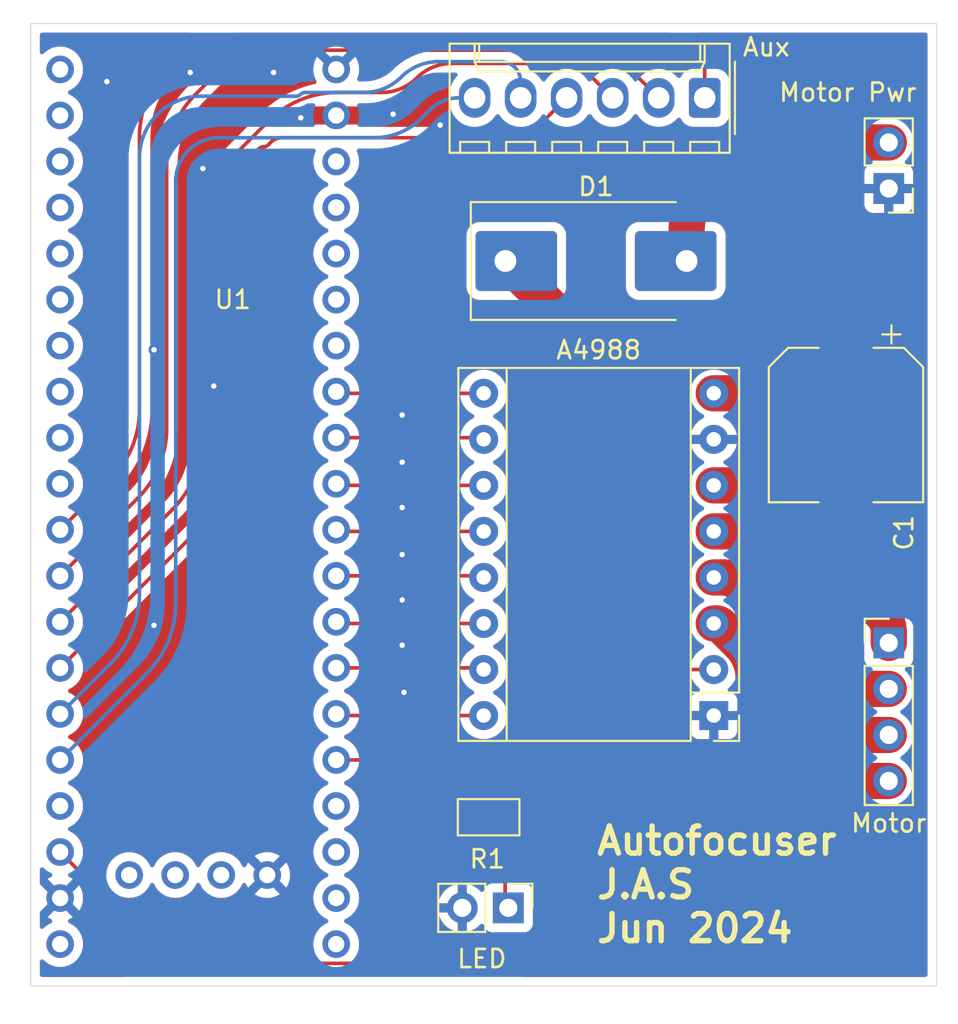
<source format=kicad_pcb>
(kicad_pcb (version 20240108) (generator "pcbnew") (generator_version "8.0")
  (title_block (comment 4 "AISLER Project ID: ZUSTWPPR"))
  (layers (0 "F.Cu" signal) (31 "B.Cu" signal) (34 "B.Paste" user) (35 "F.Paste" user) (36 "B.SilkS" user "B.Silkscreen") (37 "F.SilkS" user "F.Silkscreen") (38 "B.Mask" user) (39 "F.Mask" user) (44 "Edge.Cuts" user))
  (net 0 "")
  (net 1 "Net-(R1-Pad2)")
  (net 2 "Net-(J3-Pin_1)")
  (net 3 "+5V")
  (net 4 "Vdrive")
  (net 5 "Net-(A1-MS1)")
  (net 6 "Net-(A1-DIR)")
  (net 7 "Net-(A1-~{ENABLE})")
  (net 8 "Net-(A1-STEP)")
  (net 9 "GND")
  (net 10 "Net-(A1-2A)")
  (net 11 "Net-(A1-~{RESET})")
  (net 12 "Net-(A1-1B)")
  (net 13 "Net-(A1-MS3)")
  (net 14 "Net-(A1-MS2)")
  (net 15 "Net-(A1-2B)")
  (net 16 "Net-(A1-1A)")
  (net 17 "Net-(A1-~{SLEEP})")
  (net 18 "Net-(D1-A)")
  (net 20 "Net-(J4-Pin_1)")
  (net 26 "Net-(J4-Pin_6)")
  (net 34 "Net-(J4-Pin_5)")
  (net 37 "Net-(J4-Pin_4)")
  (net 45 "Net-(J4-Pin_2)")
  (net 46 "Net-(J4-Pin_3)")
  (footprint "Capacitor_SMD:CP_Elec_8x6.2" (layer "F.Cu") (at 165 95.05 -90)
    (property "Reference" "C1" (at 5.95 -3.2 90) (layer "F.SilkS"))
    (property "Value" "220uF" (hide yes))
    (fp_line (start -3.195563 4.26) (end 4.26 4.26) (stroke (width 0.12)) (layer "F.SilkS"))
    (fp_line (start 4.26 4.26) (end 4.26 1.51) (stroke (width 0.12)) (layer "F.SilkS"))
    (fp_line (start -4.26 3.195563) (end -3.195563 4.26) (stroke (width 0.12)) (layer "F.SilkS"))
    (fp_line (start -4.26 3.195563) (end -4.26 1.51) (stroke (width 0.12)) (layer "F.SilkS"))
    (fp_line (start -5.5 -2.51) (end -4.5 -2.51) (stroke (width 0.12)) (layer "F.SilkS"))
    (fp_line (start -5 -3.01) (end -5 -2.01) (stroke (width 0.12)) (layer "F.SilkS"))
    (fp_line (start -4.26 -3.195563) (end -4.26 -1.51) (stroke (width 0.12)) (layer "F.SilkS"))
    (fp_line (start -4.26 -3.195563) (end -3.195563 -4.26) (stroke (width 0.12)) (layer "F.SilkS"))
    (fp_line (start -3.195563 -4.26) (end 4.26 -4.26) (stroke (width 0.12)) (layer "F.SilkS"))
    (fp_line (start 4.26 -4.26) (end 4.26 -1.51) (stroke (width 0.12)) (layer "F.SilkS"))
    (pad "1" smd roundrect (at -3.05 0 270) (size 4 2.5) (layers "F.Cu" "F.Paste" "F.Mask") (roundrect_rratio 0.1) (net 4 "Vdrive"))
    (pad "2" smd roundrect (at 3.05 0 270) (size 4 2.5) (layers "F.Cu" "F.Paste" "F.Mask") (roundrect_rratio 0.1) (net 9 "GND"))
  )
  (footprint "Connector_PinHeader_2.54mm:PinHeader_1x04_P2.54mm_Vertical" (layer "F.Cu") (at 167.36 107.07)
    (property "Reference" "J1" (hide yes))
    (property "Value" "Motor" (at 0 9.95 0) (layer "F.SilkS"))
    (fp_line (start -1.33 -1.33) (end 0 -1.33) (stroke (width 0.12)) (layer "F.SilkS"))
    (fp_line (start -1.33 0) (end -1.33 -1.33) (stroke (width 0.12)) (layer "F.SilkS"))
    (fp_line (start -1.33 1.27) (end -1.33 8.95) (stroke (width 0.12)) (layer "F.SilkS"))
    (fp_line (start -1.33 1.27) (end 1.33 1.27) (stroke (width 0.12)) (layer "F.SilkS"))
    (fp_line (start -1.33 8.95) (end 1.33 8.95) (stroke (width 0.12)) (layer "F.SilkS"))
    (fp_line (start 1.33 1.27) (end 1.33 8.95) (stroke (width 0.12)) (layer "F.SilkS"))
    (pad "1" thru_hole rect (at 0 0) (size 1.7 1.7) (drill 1) (layers "*.Cu" "*.Mask") (net 15 "Net-(A1-2B)"))
    (pad "2" thru_hole oval (at 0 2.54) (size 1.7 1.7) (drill 1) (layers "*.Cu" "*.Mask") (net 10 "Net-(A1-2A)"))
    (pad "3" thru_hole oval (at 0 5.08) (size 1.7 1.7) (drill 1) (layers "*.Cu" "*.Mask") (net 16 "Net-(A1-1A)"))
    (pad "4" thru_hole oval (at 0 7.62) (size 1.7 1.7) (drill 1) (layers "*.Cu" "*.Mask") (net 12 "Net-(A1-1B)"))
  )
  (footprint "Module:Pololu_Breakout-16_15.2x20.3mm" (layer "F.Cu") (at 157.7 111.08 180)
    (property "Reference" "A1" (hide yes))
    (property "Value" "A4988" (at 6.35 20.17 0) (layer "F.SilkS"))
    (fp_line (start 14.1 19.18) (end 14.1 -1.4) (stroke (width 0.12)) (layer "F.SilkS"))
    (fp_line (start 14.1 -1.4) (end 1.27 -1.4) (stroke (width 0.12)) (layer "F.SilkS"))
    (fp_line (start 11.43 -1.4) (end 11.43 19.18) (stroke (width 0.12)) (layer "F.SilkS"))
    (fp_line (start 1.27 1.27) (end 1.27 19.18) (stroke (width 0.12)) (layer "F.SilkS"))
    (fp_line (start 1.27 1.27) (end -1.4 1.27) (stroke (width 0.12)) (layer "F.SilkS"))
    (fp_line (start 1.27 -1.4) (end 1.27 1.27) (stroke (width 0.12)) (layer "F.SilkS"))
    (fp_line (start 0 -1.4) (end -1.4 -1.4) (stroke (width 0.12)) (layer "F.SilkS"))
    (fp_line (start -1.4 19.18) (end 14.1 19.18) (stroke (width 0.12)) (layer "F.SilkS"))
    (fp_line (start -1.4 1.27) (end -1.4 19.18) (stroke (width 0.12)) (layer "F.SilkS"))
    (fp_line (start -1.4 -1.4) (end -1.4 0) (stroke (width 0.12)) (layer "F.SilkS"))
    (pad "1" thru_hole rect (at 0 0 180) (size 1.6 1.6) (drill 0.8) (layers "*.Cu" "*.Mask") (net 9 "GND"))
    (pad "2" thru_hole oval (at 0 2.54 180) (size 1.6 1.6) (drill 0.8) (layers "*.Cu" "*.Mask") (net 3 "+5V"))
    (pad "3" thru_hole oval (at 0 5.08 180) (size 1.6 1.6) (drill 0.8) (layers "*.Cu" "*.Mask") (net 12 "Net-(A1-1B)"))
    (pad "4" thru_hole oval (at 0 7.62 180) (size 1.6 1.6) (drill 0.8) (layers "*.Cu" "*.Mask") (net 16 "Net-(A1-1A)"))
    (pad "5" thru_hole oval (at 0 10.16 180) (size 1.6 1.6) (drill 0.8) (layers "*.Cu" "*.Mask") (net 10 "Net-(A1-2A)"))
    (pad "6" thru_hole oval (at 0 12.7 180) (size 1.6 1.6) (drill 0.8) (layers "*.Cu" "*.Mask") (net 15 "Net-(A1-2B)"))
    (pad "7" thru_hole oval (at 0 15.24 180) (size 1.6 1.6) (drill 0.8) (layers "*.Cu" "*.Mask") (net 9 "GND"))
    (pad "8" thru_hole oval (at 0 17.78 180) (size 1.6 1.6) (drill 0.8) (layers "*.Cu" "*.Mask") (net 4 "Vdrive"))
    (pad "9" thru_hole oval (at 12.7 17.78 180) (size 1.6 1.6) (drill 0.8) (layers "*.Cu" "*.Mask") (net 7 "Net-(A1-~{ENABLE})"))
    (pad "10" thru_hole oval (at 12.7 15.24 180) (size 1.6 1.6) (drill 0.8) (layers "*.Cu" "*.Mask") (net 5 "Net-(A1-MS1)"))
    (pad "11" thru_hole oval (at 12.7 12.7 180) (size 1.6 1.6) (drill 0.8) (layers "*.Cu" "*.Mask") (net 14 "Net-(A1-MS2)"))
    (pad "12" thru_hole oval (at 12.7 10.16 180) (size 1.6 1.6) (drill 0.8) (layers "*.Cu" "*.Mask") (net 13 "Net-(A1-MS3)"))
    (pad "13" thru_hole oval (at 12.7 7.62 180) (size 1.6 1.6) (drill 0.8) (layers "*.Cu" "*.Mask") (net 11 "Net-(A1-~{RESET})"))
    (pad "14" thru_hole oval (at 12.7 5.08 180) (size 1.6 1.6) (drill 0.8) (layers "*.Cu" "*.Mask") (net 17 "Net-(A1-~{SLEEP})"))
    (pad "15" thru_hole oval (at 12.7 2.54 180) (size 1.6 1.6) (drill 0.8) (layers "*.Cu" "*.Mask") (net 8 "Net-(A1-STEP)"))
    (pad "16" thru_hole oval (at 12.7 0 180) (size 1.6 1.6) (drill 0.8) (layers "*.Cu" "*.Mask") (net 6 "Net-(A1-DIR)"))
  )
  (footprint "PCM_Resistor_SMD_AKL:R_0805_2012Metric" (layer "F.Cu") (at 145.2725 116.69 180)
    (property "Reference" "R1" (at 0.0725 -2.31 0) (layer "F.SilkS"))
    (property "Value" "220" (hide yes))
    (fp_line (start 1.7 1) (end 1.7 -1) (stroke (width 0.12)) (layer "F.SilkS"))
    (fp_line (start 1.7 -1) (end -1.7 -1) (stroke (width 0.12)) (layer "F.SilkS"))
    (fp_line (start -1.7 1) (end 1.7 1) (stroke (width 0.12)) (layer "F.SilkS"))
    (fp_line (start -1.7 -1) (end -1.7 1) (stroke (width 0.12)) (layer "F.SilkS"))
    (pad "1" smd roundrect (at -0.9125 0 180) (size 1.025 1.4) (layers "F.Cu" "F.Paste" "F.Mask") (roundrect_rratio 0.243902) (net 2 "Net-(J3-Pin_1)"))
    (pad "2" smd roundrect (at 0.9125 0 180) (size 1.025 1.4) (layers "F.Cu" "F.Paste" "F.Mask") (roundrect_rratio 0.243902) (net 1 "Net-(R1-Pad2)"))
  )
  (footprint "Connector_Molex:Molex_KK-254_AE-6410-06A_1x06_P2.54mm_Vertical" (layer "F.Cu") (at 157.2 77 180)
    (property "Reference" "J4" (hide yes))
    (property "Value" "Aux" (at -3.4 2.8 360) (layer "F.SilkS"))
    (fp_line (start 14.08 2.99) (end 14.08 -3.03) (stroke (width 0.12)) (layer "F.SilkS"))
    (fp_line (start 14.08 -3.03) (end -1.38 -3.03) (stroke (width 0.12)) (layer "F.SilkS"))
    (fp_line (start 13.5 -2.43) (end 13.5 -3.03) (stroke (width 0.12)) (layer "F.SilkS"))
    (fp_line (start 12.7 1.99) (end 12.7 2.99) (stroke (width 0.12)) (layer "F.SilkS"))
    (fp_line (start 12.45 2.99) (end 12.45 1.99) (stroke (width 0.12)) (layer "F.SilkS"))
    (fp_line (start 12.45 1.46) (end 12.7 1.99) (stroke (width 0.12)) (layer "F.SilkS"))
    (fp_line (start 11.9 -2.43) (end 13.5 -2.43) (stroke (width 0.12)) (layer "F.SilkS"))
    (fp_line (start 11.9 -3.03) (end 11.9 -2.43) (stroke (width 0.12)) (layer "F.SilkS"))
    (fp_line (start 10.96 -2.43) (end 10.96 -3.03) (stroke (width 0.12)) (layer "F.SilkS"))
    (fp_line (start 9.36 -2.43) (end 10.96 -2.43) (stroke (width 0.12)) (layer "F.SilkS"))
    (fp_line (start 9.36 -3.03) (end 9.36 -2.43) (stroke (width 0.12)) (layer "F.SilkS"))
    (fp_line (start 8.42 -2.43) (end 8.42 -3.03) (stroke (width 0.12)) (layer "F.SilkS"))
    (fp_line (start 6.82 -2.43) (end 8.42 -2.43) (stroke (width 0.12)) (layer "F.SilkS"))
    (fp_line (start 6.82 -3.03) (end 6.82 -2.43) (stroke (width 0.12)) (layer "F.SilkS"))
    (fp_line (start 5.88 -2.43) (end 5.88 -3.03) (stroke (width 0.12)) (layer "F.SilkS"))
    (fp_line (start 4.28 -2.43) (end 5.88 -2.43) (stroke (width 0.12)) (layer "F.SilkS"))
    (fp_line (start 4.28 -3.03) (end 4.28 -2.43) (stroke (width 0.12)) (layer "F.SilkS"))
    (fp_line (start 3.34 -2.43) (end 3.34 -3.03) (stroke (width 0.12)) (layer "F.SilkS"))
    (fp_line (start 1.74 -2.43) (end 3.34 -2.43) (stroke (width 0.12)) (layer "F.SilkS"))
    (fp_line (start 1.74 -3.03) (end 1.74 -2.43) (stroke (width 0.12)) (layer "F.SilkS"))
    (fp_line (start 0.8 -2.43) (end 0.8 -3.03) (stroke (width 0.12)) (layer "F.SilkS"))
    (fp_line (start 0.25 2.99) (end 0.25 1.99) (stroke (width 0.12)) (layer "F.SilkS"))
    (fp_line (start 0.25 1.46) (end 12.45 1.46) (stroke (width 0.12)) (layer "F.SilkS"))
    (fp_line (start 0 2.99) (end 0 1.99) (stroke (width 0.12)) (layer "F.SilkS"))
    (fp_line (start 0 1.99) (end 12.7 1.99) (stroke (width 0.12)) (layer "F.SilkS"))
    (fp_line (start 0 1.99) (end 0.25 1.46) (stroke (width 0.12)) (layer "F.SilkS"))
    (fp_line (start -0.8 -2.43) (end 0.8 -2.43) (stroke (width 0.12)) (layer "F.SilkS"))
    (fp_line (start -0.8 -3.03) (end -0.8 -2.43) (stroke (width 0.12)) (layer "F.SilkS"))
    (fp_line (start -1.38 2.99) (end 14.08 2.99) (stroke (width 0.12)) (layer "F.SilkS"))
    (fp_line (start -1.38 -3.03) (end -1.38 2.99) (stroke (width 0.12)) (layer "F.SilkS"))
    (fp_line (start -1.67 -2) (end -1.67 2) (stroke (width 0.12)) (layer "F.SilkS"))
    (pad "1" thru_hole roundrect (at 0 0 180) (size 1.74 2.19) (drill 1.19) (layers "*.Cu" "*.Mask") (roundrect_rratio 0.143678) (net 20 "Net-(J4-Pin_1)"))
    (pad "2" thru_hole oval (at 2.54 0 180) (size 1.74 2.19) (drill 1.19) (layers "*.Cu" "*.Mask") (net 45 "Net-(J4-Pin_2)"))
    (pad "3" thru_hole oval (at 5.08 0 180) (size 1.74 2.19) (drill 1.19) (layers "*.Cu" "*.Mask") (net 46 "Net-(J4-Pin_3)"))
    (pad "4" thru_hole oval (at 7.62 0 180) (size 1.74 2.19) (drill 1.19) (layers "*.Cu" "*.Mask") (net 37 "Net-(J4-Pin_4)"))
    (pad "5" thru_hole oval (at 10.16 0 180) (size 1.74 2.19) (drill 1.19) (layers "*.Cu" "*.Mask") (net 34 "Net-(J4-Pin_5)"))
    (pad "6" thru_hole oval (at 12.7 0 180) (size 1.74 2.19) (drill 1.19) (layers "*.Cu" "*.Mask") (net 26 "Net-(J4-Pin_6)"))
  )
  (footprint "Connector_PinHeader_2.54mm:PinHeader_1x02_P2.54mm_Vertical" (layer "F.Cu") (at 167.36 82 180)
    (property "Reference" "J2" (hide yes))
    (property "Value" "Motor Pwr" (at 2.26 5.3 0) (layer "F.SilkS"))
    (fp_line (start 1.33 1.27) (end 1.33 3.87) (stroke (width 0.12)) (layer "F.SilkS"))
    (fp_line (start -1.33 3.87) (end 1.33 3.87) (stroke (width 0.12)) (layer "F.SilkS"))
    (fp_line (start -1.33 1.27) (end 1.33 1.27) (stroke (width 0.12)) (layer "F.SilkS"))
    (fp_line (start -1.33 1.27) (end -1.33 3.87) (stroke (width 0.12)) (layer "F.SilkS"))
    (fp_line (start -1.33 0) (end -1.33 -1.33) (stroke (width 0.12)) (layer "F.SilkS"))
    (fp_line (start -1.33 -1.33) (end 0 -1.33) (stroke (width 0.12)) (layer "F.SilkS"))
    (pad "1" thru_hole rect (at 0 0 180) (size 1.7 1.7) (drill 1) (layers "*.Cu" "*.Mask") (net 9 "GND"))
    (pad "2" thru_hole oval (at 0 2.54 180) (size 1.7 1.7) (drill 1) (layers "*.Cu" "*.Mask") (net 18 "Net-(D1-A)"))
  )
  (footprint "Connector_PinHeader_2.54mm:PinHeader_1x02_P2.54mm_Vertical" (layer "F.Cu") (at 146.36 121.69 -90)
    (property "Reference" "J3" (hide yes))
    (property "Value" "LED" (at 2.81 1.46 180) (layer "F.SilkS"))
    (fp_line (start -1.33 3.87) (end 1.33 3.87) (stroke (width 0.12)) (layer "F.SilkS"))
    (fp_line (start -1.33 1.27) (end -1.33 3.87) (stroke (width 0.12)) (layer "F.SilkS"))
    (fp_line (start -1.33 1.27) (end 1.33 1.27) (stroke (width 0.12)) (layer "F.SilkS"))
    (fp_line (start 1.33 1.27) (end 1.33 3.87) (stroke (width 0.12)) (layer "F.SilkS"))
    (fp_line (start -1.33 0) (end -1.33 -1.33) (stroke (width 0.12)) (layer "F.SilkS"))
    (fp_line (start -1.33 -1.33) (end 0 -1.33) (stroke (width 0.12)) (layer "F.SilkS"))
    (pad "1" thru_hole rect (at 0 0 270) (size 1.7 1.7) (drill 1) (layers "*.Cu" "*.Mask") (net 2 "Net-(J3-Pin_1)"))
    (pad "2" thru_hole oval (at 0 2.54 270) (size 1.7 1.7) (drill 1) (layers "*.Cu" "*.Mask") (net 9 "GND"))
  )
  (footprint "blue-pill-kicad:blue_pill" (layer "F.Cu") (at 131.145 96.385)
    (property "Reference" "U1" (at 0 -8.255 0) (layer "F.SilkS"))
    (property "Value" "BP" (hide yes))
    (pad "3V3" thru_hole circle (at -9.525 27.305) (size 1.524 1.524) (drill 0.9) (layers "*.Cu" "*.Mask"))
    (pad "3V3" thru_hole circle (at -5.715 23.495) (size 1.524 1.524) (drill 0.9) (layers "*.Cu" "*.Mask"))
    (pad "3V3" thru_hole circle (at 5.715 -15.875) (size 1.524 1.524) (drill 0.9) (layers "*.Cu" "*.Mask"))
    (pad "5V" thru_hole circle (at -9.525 22.225) (size 1.524 1.524) (drill 0.9) (layers "*.Cu" "*.Mask") (net 3 "+5V"))
    (pad "G" thru_hole circle (at -9.525 24.765) (size 1.524 1.524) (drill 0.9) (layers "*.Cu" "*.Mask") (net 9 "GND"))
    (pad "G" thru_hole circle (at 1.905 23.495) (size 1.524 1.524) (drill 0.9) (layers "*.Cu" "*.Mask") (net 9 "GND"))
    (pad "G" thru_hole circle (at 5.715 -20.955) (size 1.524 1.524) (drill 0.9) (layers "*.Cu" "*.Mask") (net 9 "GND"))
    (pad "G" thru_hole circle (at 5.715 -18.415) (size 1.524 1.524) (drill 0.9) (layers "*.Cu" "*.Mask") (net 9 "GND"))
    (pad "NRST" thru_hole circle (at 5.715 -13.335) (size 1.524 1.524) (drill 0.9) (layers "*.Cu" "*.Mask"))
    (pad "PA0" thru_hole circle (at 5.715 17.145) (size 1.524 1.524) (drill 0.9) (layers "*.Cu" "*.Mask") (net 1 "Net-(R1-Pad2)"))
    (pad "PA1" thru_hole circle (at 5.715 14.605) (size 1.524 1.524) (drill 0.9) (layers "*.Cu" "*.Mask") (net 6 "Net-(A1-DIR)"))
    (pad "PA2" thru_hole circle (at 5.715 12.065) (size 1.524 1.524) (drill 0.9) (layers "*.Cu" "*.Mask") (net 8 "Net-(A1-STEP)"))
    (pad "PA3" thru_hole circle (at 5.715 9.525) (size 1.524 1.524) (drill 0.9) (layers "*.Cu" "*.Mask") (net 17 "Net-(A1-~{SLEEP})"))
    (pad "PA4" thru_hole circle (at 5.715 6.985) (size 1.524 1.524) (drill 0.9) (layers "*.Cu" "*.Mask") (net 11 "Net-(A1-~{RESET})"))
    (pad "PA5" thru_hole circle (at 5.715 4.445) (size 1.524 1.524) (drill 0.9) (layers "*.Cu" "*.Mask") (net 13 "Net-(A1-MS3)"))
    (pad "PA6" thru_hole circle (at 5.715 1.905) (size 1.524 1.524) (drill 0.9) (layers "*.Cu" "*.Mask") (net 14 "Net-(A1-MS2)"))
    (pad "PA7" thru_hole circle (at 5.715 -0.635) (size 1.524 1.524) (drill 0.9) (layers "*.Cu" "*.Mask") (net 5 "Net-(A1-MS1)"))
    (pad "PA8" thru_hole circle (at -9.525 -10.795) (size 1.524 1.524) (drill 0.9) (layers "*.Cu" "*.Mask"))
    (pad "PA9" thru_hole circle (at -9.525 -8.255) (size 1.524 1.524) (drill 0.9) (layers "*.Cu" "*.Mask"))
    (pad "PA10" thru_hole circle (at -9.525 -5.715) (size 1.524 1.524) (drill 0.9) (layers "*.Cu" "*.Mask"))
    (pad "PA11" thru_hole circle (at -9.525 -3.175) (size 1.524 1.524) (drill 0.9) (layers "*.Cu" "*.Mask"))
    (pad "PA12" thru_hole circle (at -9.525 -0.635) (size 1.524 1.524) (drill 0.9) (layers "*.Cu" "*.Mask"))
    (pad "PA15" thru_hole circle (at -9.525 1.905) (size 1.524 1.524) (drill 0.9) (layers "*.Cu" "*.Mask"))
    (pad "PB0" thru_hole circle (at 5.715 -3.175) (size 1.524 1.524) (drill 0.9) (layers "*.Cu" "*.Mask") (net 7 "Net-(A1-~{ENABLE})"))
    (pad "PB1" thru_hole circle (at 5.715 -5.715) (size 1.524 1.524) (drill 0.9) (layers "*.Cu" "*.Mask"))
    (pad "PB3" thru_hole circle (at -9.525 4.445) (size 1.524 1.524) (drill 0.9) (layers "*.Cu" "*.Mask") (net 20 "Net-(J4-Pin_1)"))
    (pad "PB4" thru_hole circle (at -9.525 6.985) (size 1.524 1.524) (drill 0.9) (layers "*.Cu" "*.Mask") (net 45 "Net-(J4-Pin_2)"))
    (pad "PB5" thru_hole circle (at -9.525 9.525) (size 1.524 1.524) (drill 0.9) (layers "*.Cu" "*.Mask") (net 46 "Net-(J4-Pin_3)"))
    (pad "PB6" thru_hole circle (at -9.525 12.065) (size 1.524 1.524) (drill 0.9) (layers "*.Cu" "*.Mask") (net 37 "Net-(J4-Pin_4)"))
    (pad "PB7" thru_hole circle (at -9.525 14.605) (size 1.524 1.524) (drill 0.9) (layers "*.Cu" "*.Mask") (net 34 "Net-(J4-Pin_5)"))
    (pad "PB8" thru_hole circle (at -9.525 17.145) (size 1.524 1.524) (drill 0.9) (layers "*.Cu" "*.Mask") (net 26 "Net-(J4-Pin_6)"))
    (pad "PB9" thru_hole circle (at -9.525 19.685) (size 1.524 1.524) (drill 0.9) (layers "*.Cu" "*.Mask"))
    (pad "PB10" thru_hole circle (at 5.715 -8.255) (size 1.524 1.524) (drill 0.9) (layers "*.Cu" "*.Mask"))
    (pad "PB11" thru_hole circle (at 5.715 -10.795) (size 1.524 1.524) (drill 0.9) (layers "*.Cu" "*.Mask"))
    (pad "PB12" thru_hole circle (at -9.525 -20.955) (size 1.524 1.524) (drill 0.9) (layers "*.Cu" "*.Mask"))
    (pad "PB13" thru_hole circle (at -9.525 -18.415) (size 1.524 1.524) (drill 0.9) (layers "*.Cu" "*.Mask"))
    (pad "PB14" thru_hole circle (at -9.525 -15.875) (size 1.524 1.524) (drill 0.9) (layers "*.Cu" "*.Mask"))
    (pad "PB15" thru_hole circle (at -9.525 -13.335) (size 1.524 1.524) (drill 0.9) (layers "*.Cu" "*.Mask"))
    (pad "PC13" thru_hole circle (at 5.715 24.765) (size 1.524 1.524) (drill 0.9) (layers "*.Cu" "*.Mask"))
    (pad "PC14" thru_hole circle (at 5.715 22.225) (size 1.524 1.524) (drill 0.9) (layers "*.Cu" "*.Mask"))
    (pad "PC15" thru_hole circle (at 5.715 19.685) (size 1.524 1.524) (drill 0.9) (layers "*.Cu" "*.Mask"))
    (pad "SWCLK" thru_hole circle (at -0.635 23.495) (size 1.524 1.524) (drill 0.9) (layers "*.Cu" "*.Mask"))
    (pad "SWO" thru_hole circle (at -3.175 23.495) (size 1.524 1.524) (drill 0.9) (layers "*.Cu" "*.Mask"))
    (pad "VBAT" thru_hole circle (at 5.715 27.305) (size 1.524 1.524) (drill 0.9) (layers "*.Cu" "*.Mask"))
  )
  (footprint "Diode_SMD:D_SMC-RM10_Universal_Handsoldering" (layer "F.Cu") (at 151.2 86)
    (property "Reference" "D1" (at 0 -4.1 0) (layer "F.SilkS"))
    (property "Value" "D" (hide yes))
    (fp_line (start -6.91 -3.25) (end 4.4 -3.25) (stroke (width 0.12)) (layer "F.SilkS"))
    (fp_line (start -6.91 3.25) (end -6.91 -3.25) (stroke (width 0.12)) (layer "F.SilkS"))
    (fp_line (start -6.91 3.25) (end 4.4 3.25) (stroke (width 0.12)) (layer "F.SilkS"))
    (pad "1" thru_hole roundrect (at -5 0) (size 4.5 3.3) (drill 1.2 (offset 0.6 0)) (layers "*.Cu" "*.Mask") (roundrect_rratio 0.0757575758) (net 4 "Vdrive"))
    (pad "2" thru_hole roundrect (at 5 0 180) (size 4.5 3.3) (drill 1.2 (offset 0.6 0)) (layers "*.Cu" "*.Mask") (roundrect_rratio 0.0757575758) (net 18 "Net-(D1-A)"))
  )
  (gr_line (start 120 72.9) (end 170 72.9) (stroke (width 0.05)) (layer "Edge.Cuts"))
  (gr_line (start 170 74) (end 170 124) (stroke (width 0.05)) (layer "Edge.Cuts"))
  (gr_line (start 170 72.9) (end 170 74) (stroke (width 0.05)) (layer "Edge.Cuts"))
  (gr_line (start 120 126) (end 120 74) (stroke (width 0.05)) (layer "Edge.Cuts"))
  (gr_line (start 170 124) (end 170 126) (stroke (width 0.05)) (layer "Edge.Cuts"))
  (gr_line (start 170 126) (end 120 126) (stroke (width 0.05)) (layer "Edge.Cuts"))
  (gr_line (start 120 72.9) (end 120 74) (stroke (width 0.05)) (layer "Edge.Cuts"))
  (gr_text "Autofocuser\nJ.A.S\nJun 2024" (at 151.1 123.7 0) (layer "F.SilkS") (effects (font (size 1.5 1.5) (thickness 0.3) (bold yes)) (justify left bottom)))
  (segment (start 143.889773 114.889773) (end 142.515 113.515) (width 0.2) (layer "F.Cu") (net 1))
  (segment (start 144.36 116.025) (end 144.36 116.69) (width 0.2) (layer "F.Cu") (net 1))
  (segment (start 142.448786 113.53) (end 136.86 113.53) (width 0.2) (layer "F.Cu") (net 1))
  (arc (start 142.485 113.515) (mid 142.468385 113.526101) (end 142.448786 113.53) (width 0.2) (layer "F.Cu") (net 1))
  (arc (start 142.515 113.515) (mid 142.5 113.508786) (end 142.485 113.515) (width 0.2) (layer "F.Cu") (net 1))
  (arc (start 143.889773 114.889773) (mid 144.237791 115.410619) (end 144.36 116.025) (width 0.2) (layer "F.Cu") (net 1))
  (segment (start 146.185 121.391256) (end 146.185 116.69) (width 0.2) (layer "F.Cu") (net 2))
  (segment (start 146.2725 121.6025) (end 146.36 121.69) (width 0.2) (layer "F.Cu") (net 2))
  (arc (start 146.185 121.391256) (mid 146.20774 121.50558) (end 146.2725 121.6025) (width 0.2) (layer "F.Cu") (net 2))
  (segment (start 123.61258 120.60258) (end 121.62 118.61) (width 0.2) (layer "F.Cu") (net 3))
  (segment (start 152 118.746036) (end 152 111.885929) (width 0.2) (layer "F.Cu") (net 3))
  (segment (start 125.783744 124.752) (end 145.994036 124.752) (width 0.2) (layer "F.Cu") (net 3))
  (segment (start 150.406206 122.593792) (end 149.841792 123.158207) (width 0.2) (layer "F.Cu") (net 3))
  (segment (start 155.345929 108.54) (end 157.7 108.54) (width 0.2) (layer "F.Cu") (net 3))
  (segment (start 124.5 122.745) (end 124.5 123.468255) (width 0.2) (layer "F.Cu") (net 3))
  (arc (start 152.98 109.52) (mid 152.254693 110.605497) (end 152 111.885929) (width 0.2) (layer "F.Cu") (net 3))
  (arc (start 152.98 109.52) (mid 154.065497 108.794693) (end 155.345929 108.54) (width 0.2) (layer "F.Cu") (net 3))
  (arc (start 124.876 124.376) (mid 125.292476 124.65428) (end 125.783744 124.752) (width 0.2) (layer "F.Cu") (net 3))
  (arc (start 150.406206 122.593792) (mid 151.585786 120.828426) (end 152 118.746036) (width 0.2) (layer "F.Cu") (net 3))
  (arc (start 124.5 122.745) (mid 124.269367 121.58553) (end 123.61258 120.60258) (width 0.2) (layer "F.Cu") (net 3))
  (arc (start 124.5 123.468255) (mid 124.597719 123.959523) (end 124.876 124.376) (width 0.2) (layer "F.Cu") (net 3))
  (arc (start 149.841792 123.158207) (mid 148.076426 124.337786) (end 145.994036 124.752) (width 0.2) (layer "F.Cu") (net 3))
  (segment (start 163.95 90.95) (end 165 92) (width 2) (layer "F.Cu") (net 4))
  (segment (start 162.780761 93.3) (end 157.7 93.3) (width 2) (layer "F.Cu") (net 4))
  (segment (start 164.35 92.65) (end 165 92) (width 2) (layer "F.Cu") (net 4))
  (segment (start 148.506207 88.306207) (end 146.2 86) (width 2) (layer "F.Cu") (net 4))
  (segment (start 161.415075 89.9) (end 152.353963 89.9) (width 2) (layer "F.Cu") (net 4))
  (arc (start 163.95 90.95) (mid 162.786966 90.172886) (end 161.415075 89.9) (width 2) (layer "F.Cu") (net 4))
  (arc (start 148.506207 88.306207) (mid 150.271572 89.485786) (end 152.353963 89.9) (width 2) (layer "F.Cu") (net 4))
  (arc (start 164.35 92.65) (mid 163.630027 93.13107) (end 162.780761 93.3) (width 2) (layer "F.Cu") (net 4))
  (segment (start 144.84636 95.75) (end 136.86 95.75) (width 0.2) (layer "F.Cu") (net 5))
  (segment (start 144.955 95.795) (end 145 95.84) (width 0.2) (layer "F.Cu") (net 5))
  (arc (start 144.84636 95.75) (mid 144.905155 95.761695) (end 144.955 95.795) (width 0.2) (layer "F.Cu") (net 5))
  (segment (start 137.013639 111.08) (end 145 111.08) (width 0.2) (layer "F.Cu") (net 6))
  (segment (start 136.905 111.035) (end 136.86 110.99) (width 0.2) (layer "F.Cu") (net 6))
  (arc (start 136.905 111.035) (mid 136.954844 111.068304) (end 137.013639 111.08) (width 0.2) (layer "F.Cu") (net 6))
  (segment (start 137.013639 93.3) (end 145 93.3) (width 0.2) (layer "F.Cu") (net 7))
  (segment (start 136.905 93.255) (end 136.86 93.21) (width 0.2) (layer "F.Cu") (net 7))
  (arc (start 136.905 93.255) (mid 136.954844 93.288304) (end 137.013639 93.3) (width 0.2) (layer "F.Cu") (net 7))
  (segment (start 144.84636 108.45) (end 136.86 108.45) (width 0.2) (layer "F.Cu") (net 8))
  (segment (start 144.955 108.495) (end 145 108.54) (width 0.2) (layer "F.Cu") (net 8))
  (arc (start 144.955 108.495) (mid 144.905155 108.461695) (end 144.84636 108.45) (width 0.2) (layer "F.Cu") (net 8))
  (segment (start 139.93 77.97) (end 140 77.9) (width 0.2) (layer "F.Cu") (net 9))
  (segment (start 136.86 77.97) (end 139.93 77.97) (width 1) (layer "F.Cu") (net 9))
  (segment (start 135.13 77.97) (end 136.86 77.97) (width 1) (layer "F.Cu") (net 9))
  (segment (start 135 78.1) (end 135.13 77.97) (width 0.2) (layer "F.Cu") (net 9))
  (segment (start 134.9 78.1) (end 135 78.1) (width 0.2) (layer "F.Cu") (net 9))
  (via (at 142.6 78.5) (size 0.6) (drill 0.3) (layers "F.Cu" "B.Cu") (net 9))
  (via (at 140 77.9) (size 0.6) (drill 0.3) (layers "F.Cu" "B.Cu") (net 9))
  (via (at 126.8 90.9) (size 0.6) (drill 0.3) (layers "F.Cu" "B.Cu") (net 9))
  (via (at 134.9 78.1) (size 0.6) (drill 0.3) (layers "F.Cu" "B.Cu") (net 9))
  (via (at 140.5 94.5) (size 0.6) (drill 0.3) (layers "F.Cu" "B.Cu") (net 9))
  (via (at 140.5 102.2) (size 0.6) (drill 0.3) (layers "F.Cu" "B.Cu") (net 9))
  (via (at 124.2 76.1) (size 0.6) (drill 0.3) (layers "F.Cu" "B.Cu") (net 9))
  (via (at 140.5 97.1) (size 0.6) (drill 0.3) (layers "F.Cu" "B.Cu") (net 9))
  (via (at 130.1 92.9) (size 0.6) (drill 0.3) (layers "F.Cu" "B.Cu") (net 9))
  (via (at 140.5 107.2) (size 0.6) (drill 0.3) (layers "F.Cu" "B.Cu") (net 9))
  (via (at 129.5 80.9) (size 0.6) (drill 0.3) (layers "F.Cu" "B.Cu") (net 9))
  (via (at 133.4 75.6) (size 0.6) (drill 0.3) (layers "F.Cu" "B.Cu") (net 9))
  (via (at 140.5 104.7) (size 0.6) (drill 0.3) (layers "F.Cu" "B.Cu") (net 9))
  (via (at 140.5 99.6) (size 0.6) (drill 0.3) (layers "F.Cu" "B.Cu") (net 9))
  (via (at 128.8 75.6) (size 0.6) (drill 0.3) (layers "F.Cu" "B.Cu") (net 9))
  (via (at 126.8 106.1) (size 0.6) (drill 0.3) (layers "F.Cu" "B.Cu") (net 9))
  (via (at 140.6 109.8) (size 0.6) (drill 0.3) (layers "F.Cu" "B.Cu") (net 9))
  (segment (start 164.955 108.955) (end 164.991281 108.991281) (width 2) (layer "F.Cu") (net 10))
  (segment (start 158.504365 100.92) (end 157.7 100.92) (width 2) (layer "F.Cu") (net 10))
  (segment (start 166.485 109.61) (end 167.36 109.61) (width 2) (layer "F.Cu") (net 10))
  (segment (start 163.455456 105.066726) (end 159.877501 101.488771) (width 2) (layer "F.Cu") (net 10))
  (segment (start 164.3 107.105635) (end 164.3 107.37369) (width 2) (layer "F.Cu") (net 10))
  (arc (start 164.955 108.955) (mid 164.470228 108.229488) (end 164.3 107.37369) (width 2) (layer "F.Cu") (net 10))
  (arc (start 166.485 109.61) (mid 165.676605 109.4492) (end 164.991281 108.991281) (width 2) (layer "F.Cu") (net 10))
  (arc (start 158.504365 100.92) (mid 159.247501 101.067818) (end 159.877501 101.488771) (width 2) (layer "F.Cu") (net 10))
  (arc (start 164.3 107.105635) (mid 164.08051 106.002185) (end 163.455456 105.066726) (width 2) (layer "F.Cu") (net 10))
  (segment (start 144.955 103.415) (end 145 103.46) (width 0.2) (layer "F.Cu") (net 11))
  (segment (start 144.84636 103.37) (end 136.86 103.37) (width 0.2) (layer "F.Cu") (net 11))
  (arc (start 144.84636 103.37) (mid 144.905155 103.381695) (end 144.955 103.415) (width 0.2) (layer "F.Cu") (net 11))
  (segment (start 157.844214 106) (end 157.7 106) (width 2) (layer "F.Cu") (net 12))
  (segment (start 165.91373 114.69) (end 167.36 114.69) (width 2) (layer "F.Cu") (net 12))
  (segment (start 160.681695 110.904235) (end 163.444792 113.667332) (width 2) (layer "F.Cu") (net 12))
  (segment (start 159.118304 107.129876) (end 158.090402 106.101974) (width 2) (layer "F.Cu") (net 12))
  (arc (start 159.118304 107.129876) (mid 159.696843 107.995721) (end 159.9 109.017056) (width 2) (layer "F.Cu") (net 12))
  (arc (start 157.844214 106) (mid 157.97745 106.026502) (end 158.090402 106.101974) (width 2) (layer "F.Cu") (net 12))
  (arc (start 160.681695 110.904235) (mid 160.103155 110.038389) (end 159.9 109.017056) (width 2) (layer "F.Cu") (net 12))
  (arc (start 165.91373 114.69) (mid 164.57755 114.424217) (end 163.444792 113.667332) (width 2) (layer "F.Cu") (net 12))
  (segment (start 136.905 100.875) (end 136.86 100.83) (width 0.2) (layer "F.Cu") (net 13))
  (segment (start 137.013639 100.92) (end 145 100.92) (width 0.2) (layer "F.Cu") (net 13))
  (arc (start 136.905 100.875) (mid 136.954844 100.908304) (end 137.013639 100.92) (width 0.2) (layer "F.Cu") (net 13))
  (segment (start 137.013639 98.38) (end 145 98.38) (width 0.2) (layer "F.Cu") (net 14))
  (segment (start 136.905 98.335) (end 136.86 98.29) (width 0.2) (layer "F.Cu") (net 14))
  (arc (start 136.905 98.335) (mid 136.954844 98.368304) (end 137.013639 98.38) (width 0.2) (layer "F.Cu") (net 14))
  (segment (start 158.79 98.38) (end 157.7 98.38) (width 2) (layer "F.Cu") (net 15))
  (segment (start 167.36 106.465) (end 167.36 107.07) (width 2) (layer "F.Cu") (net 15))
  (segment (start 160.650746 99.150746) (end 166.9322 105.4322) (width 2) (layer "F.Cu") (net 15))
  (arc (start 160.650746 99.150746) (mid 159.797028 98.58031) (end 158.79 98.38) (width 2) (layer "F.Cu") (net 15))
  (arc (start 166.9322 105.4322) (mid 167.248818 105.906052) (end 167.36 106.465) (width 2) (layer "F.Cu") (net 15))
  (segment (start 166.199365 112.15) (end 167.36 112.15) (width 2) (layer "F.Cu") (net 16))
  (segment (start 158.21873 103.46) (end 157.7 103.46) (width 2) (layer "F.Cu") (net 16))
  (segment (start 162.944543 110.055813) (end 164.218037 111.329307) (width 2) (layer "F.Cu") (net 16))
  (segment (start 161.255456 105.977996) (end 159.104257 103.826797) (width 2) (layer "F.Cu") (net 16))
  (arc (start 158.21873 103.46) (mid 158.697973 103.555327) (end 159.104257 103.826797) (width 2) (layer "F.Cu") (net 16))
  (arc (start 162.1 108.016905) (mid 162.319489 109.120354) (end 162.944543 110.055813) (width 2) (layer "F.Cu") (net 16))
  (arc (start 166.199365 112.15) (mid 165.127078 111.936708) (end 164.218037 111.329307) (width 2) (layer "F.Cu") (net 16))
  (arc (start 162.1 108.016905) (mid 161.88051 106.913455) (end 161.255456 105.977996) (width 2) (layer "F.Cu") (net 16))
  (segment (start 136.905 105.955) (end 136.86 105.91) (width 0.2) (layer "F.Cu") (net 17))
  (segment (start 137.013639 106) (end 145 106) (width 0.2) (layer "F.Cu") (net 17))
  (arc (start 136.905 105.955) (mid 136.954844 105.988304) (end 137.013639 106) (width 0.2) (layer "F.Cu") (net 17))
  (segment (start 156.2 84.4) (end 156.2 86) (width 2) (layer "F.Cu") (net 18))
  (segment (start 161.793963 79.46) (end 167.36 79.46) (width 2) (layer "F.Cu") (net 18))
  (segment (start 157.33137 81.668628) (end 157.946207 81.053792) (width 2) (layer "F.Cu") (net 18))
  (arc (start 157.33137 81.668628) (mid 156.494033 82.921792) (end 156.2 84.4) (width 2) (layer "F.Cu") (net 18))
  (arc (start 161.793963 79.46) (mid 159.711572 79.874213) (end 157.946207 81.053792) (width 2) (layer "F.Cu") (net 18))
  (segment (start 157.2 75.241421) (end 157.2 77) (width 0.2) (layer "F.Cu") (net 20))
  (segment (start 126 94.196036) (end 126 79.153963) (width 0.2) (layer "F.Cu") (net 20))
  (segment (start 156.45 74.05) (end 156.893933 74.493933) (width 0.2) (layer "F.Cu") (net 20))
  (segment (start 155.122182 73.5) (end 131.653963 73.5) (width 0.2) (layer "F.Cu") (net 20))
  (segment (start 127.593792 75.306206) (end 127.806207 75.093792) (width 0.2) (layer "F.Cu") (net 20))
  (segment (start 124.406207 98.043792) (end 121.62 100.83) (width 0.2) (layer "F.Cu") (net 20))
  (segment (start 157 74.75) (end 157 74.758578) (width 0.2) (layer "F.Cu") (net 20))
  (arc (start 156.45 74.05) (mid 155.840792 73.64294) (end 155.122182 73.5) (width 0.2) (layer "F.Cu") (net 20))
  (arc (start 156.893933 74.493933) (mid 156.972434 74.611417) (end 157 74.75) (width 0.2) (layer "F.Cu") (net 20))
  (arc (start 131.653963 73.5) (mid 129.571572 73.914213) (end 127.806207 75.093792) (width 0.2) (layer "F.Cu") (net 20))
  (arc (start 127.593792 75.306206) (mid 126.414213 77.071572) (end 126 79.153963) (width 0.2) (layer "F.Cu") (net 20))
  (arc (start 157 74.758578) (mid 157.025989 74.889234) (end 157.1 75) (width 0.2) (layer "F.Cu") (net 20))
  (arc (start 157.1 75) (mid 157.17401 75.110764) (end 157.2 75.241421) (width 0.2) (layer "F.Cu") (net 20))
  (arc (start 126 94.196036) (mid 125.585786 96.278426) (end 124.406207 98.043792) (width 0.2) (layer "F.Cu") (net 20))
  (segment (start 142.063603 77.636396) (end 141.6 78.1) (width 0.2) (layer "B.Cu") (net 26))
  (segment (start 143.6 77) (end 144.5 77) (width 0.2) (layer "B.Cu") (net 26))
  (segment (start 130.389949 79.2) (end 138.944365 79.2) (width 0.2) (layer "B.Cu") (net 26))
  (segment (start 126.406207 108.743792) (end 121.62 113.53) (width 0.2) (layer "B.Cu") (net 26))
  (segment (start 128 104.896036) (end 128 81.589949) (width 0.2) (layer "B.Cu") (net 26))
  (arc (start 128 104.896036) (mid 127.585786 106.978426) (end 126.406207 108.743792) (width 0.2) (layer "B.Cu") (net 26))
  (arc (start 130.389949 79.2) (mid 129.475355 79.381924) (end 128.7 79.9) (width 0.2) (layer "B.Cu") (net 26))
  (arc (start 128.7 79.9) (mid 128.181924 80.675355) (end 128 81.589949) (width 0.2) (layer "B.Cu") (net 26))
  (arc (start 141.6 78.1) (mid 140.381584 78.914119) (end 138.944365 79.2) (width 0.2) (layer "B.Cu") (net 26))
  (arc (start 143.6 77) (mid 142.768508 77.165393) (end 142.063603 77.636396) (width 0.2) (layer "B.Cu") (net 26))
  (segment (start 134.644921 76.908) (end 129.400556 76.908) (width 0.2) (layer "B.Cu") (net 34))
  (segment (start 142.502081 75) (end 145.947451 75) (width 0.2) (layer "B.Cu") (net 34))
  (segment (start 135.147078 76.7) (end 138.397918 76.7) (width 0.2) (layer "B.Cu") (net 34))
  (segment (start 126 104.356036) (end 126 80.308556) (width 0.2) (layer "B.Cu") (net 34))
  (segment (start 147.04 76.092548) (end 147.04 77) (width 0.2) (layer "B.Cu") (net 34))
  (segment (start 124.406207 108.203792) (end 121.62 110.99) (width 0.2) (layer "B.Cu") (net 34))
  (arc (start 134.896 76.804) (mid 134.780804 76.880971) (end 134.644921 76.908) (width 0.2) (layer "B.Cu") (net 34))
  (arc (start 146.72 75.32) (mid 146.956834 75.674448) (end 147.04 76.092548) (width 0.2) (layer "B.Cu") (net 34))
  (arc (start 129.400556 76.908) (mid 128.099219 77.166851) (end 126.996 77.904) (width 0.2) (layer "B.Cu") (net 34))
  (arc (start 135.147078 76.7) (mid 135.011195 76.727028) (end 134.896 76.804) (width 0.2) (layer "B.Cu") (net 34))
  (arc (start 142.502081 75) (mid 141.391502 75.220907) (end 140.45 75.85) (width 0.2) (layer "B.Cu") (net 34))
  (arc (start 140.45 75.85) (mid 139.508496 76.479092) (end 138.397918 76.7) (width 0.2) (layer "B.Cu") (net 34))
  (arc (start 126.996 77.904) (mid 126.258851 79.007219) (end 126 80.308556) (width 0.2) (layer "B.Cu") (net 34))
  (arc (start 146.72 75.32) (mid 146.365551 75.083165) (end 145.947451 75) (width 0.2) (layer "B.Cu") (net 34))
  (arc (start 126 104.356036) (mid 125.585786 106.438426) (end 124.406207 108.203792) (width 0.2) (layer "B.Cu") (net 34))
  (segment (start 148.48 78.1) (end 149.58 77) (width 0.2) (layer "F.Cu") (net 37))
  (segment (start 132.593933 79.806066) (end 131.85 80.55) (width 0.2) (layer "F.Cu") (net 37))
  (segment (start 129.406207 100.663792) (end 121.62 108.45) (width 0.2) (layer "F.Cu") (net 37))
  (segment (start 133.853553 79.2) (end 145.824365 79.2) (width 0.2) (layer "F.Cu") (net 37))
  (segment (start 133.249999 79.449999) (end 133.106066 79.593933) (width 0.2) (layer "F.Cu") (net 37))
  (segment (start 131 96.816036) (end 131 82.602081) (width 0.2) (layer "F.Cu") (net 37))
  (arc (start 148.48 78.1) (mid 147.261584 78.914119) (end 145.824365 79.2) (width 0.2) (layer "F.Cu") (net 37))
  (arc (start 133.106066 79.593933) (mid 132.988581 79.672434) (end 132.85 79.7) (width 0.2) (layer "F.Cu") (net 37))
  (arc (start 132.85 79.7) (mid 132.711417 79.727565) (end 132.593933 79.806066) (width 0.2) (layer "F.Cu") (net 37))
  (arc (start 131.85 80.55) (mid 131.220907 81.491502) (end 131 82.602081) (width 0.2) (layer "F.Cu") (net 37))
  (arc (start 131 96.816036) (mid 130.585786 98.898426) (end 129.406207 100.663792) (width 0.2) (layer "F.Cu") (net 37))
  (arc (start 133.853553 79.2) (mid 133.526912 79.264972) (end 133.249999 79.449999) (width 0.2) (layer "F.Cu") (net 37))
  (segment (start 153.344 75.684) (end 154.66 77) (width 0.2) (layer "F.Cu") (net 45))
  (segment (start 127.5 95.236036) (end 127.5 80.653963) (width 0.2) (layer "F.Cu") (net 45))
  (segment (start 129.093792 76.806206) (end 129.938207 75.961792) (width 0.2) (layer "F.Cu") (net 45))
  (segment (start 150.166894 74.368) (end 133.785963 74.368) (width 0.2) (layer "F.Cu") (net 45))
  (segment (start 125.906207 99.083792) (end 121.62 103.37) (width 0.2) (layer "F.Cu") (net 45))
  (arc (start 153.344 75.684) (mid 151.886331 74.710017) (end 150.166894 74.368) (width 0.2) (layer "F.Cu") (net 45))
  (arc (start 127.5 95.236036) (mid 127.085786 97.318426) (end 125.906207 99.083792) (width 0.2) (layer "F.Cu") (net 45))
  (arc (start 129.093792 76.806206) (mid 127.914213 78.571572) (end 127.5 80.653963) (width 0.2) (layer "F.Cu") (net 45))
  (arc (start 133.785963 74.368) (mid 131.703572 74.782213) (end 129.938207 75.961792) (width 0.2) (layer "F.Cu") (net 45))
  (segment (start 133.106206 78.293792) (end 130.993792 80.406207) (width 0.2) (layer "F.Cu") (net 46))
  (segment (start 127.806207 99.723792) (end 121.62 105.91) (width 0.2) (layer "F.Cu") (net 46))
  (segment (start 139.378814 76.7) (end 136.953963 76.7) (width 0.2) (layer "F.Cu") (net 46))
  (segment (start 151.17 76.05) (end 152.12 77) (width 0.2) (layer "F.Cu") (net 46))
  (segment (start 129.4 95.876036) (end 129.4 84.253963) (width 0.2) (layer "F.Cu") (net 46))
  (segment (start 143.241555 75.1) (end 148.876497 75.1) (width 0.2) (layer "F.Cu") (net 46))
  (arc (start 141.310185 75.9) (mid 140.424064 76.492086) (end 139.378814 76.7) (width 0.2) (layer "F.Cu") (net 46))
  (arc (start 129.4 95.876036) (mid 128.985786 97.958426) (end 127.806207 99.723792) (width 0.2) (layer "F.Cu") (net 46))
  (arc (start 143.241555 75.1) (mid 142.196305 75.307913) (end 141.310185 75.9) (width 0.2) (layer "F.Cu") (net 46))
  (arc (start 151.17 76.05) (mid 150.117731 75.346896) (end 148.876497 75.1) (width 0.2) (layer "F.Cu") (net 46))
  (arc (start 136.953963 76.7) (mid 134.871572 77.114213) (end 133.106206 78.293792) (width 0.2) (layer "F.Cu") (net 46))
  (arc (start 130.993792 80.406207) (mid 129.814213 82.171572) (end 129.4 84.253963) (width 0.2) (layer "F.Cu") (net 46))
  (zone (net 9) (net_name "GND") (layers "F&B.Cu") (connect_pads (clearance 0.5)) (min_thickness 0.25) (fill yes (thermal_gap 0.5) (thermal_bridge_width 0.5))
    (polygon (pts (xy 119.1 71.6) (xy 171.2 71.8) (xy 170.6 128.1) (xy 118.3 127.9) (xy 119.2 71.6)))
  )
)
</source>
